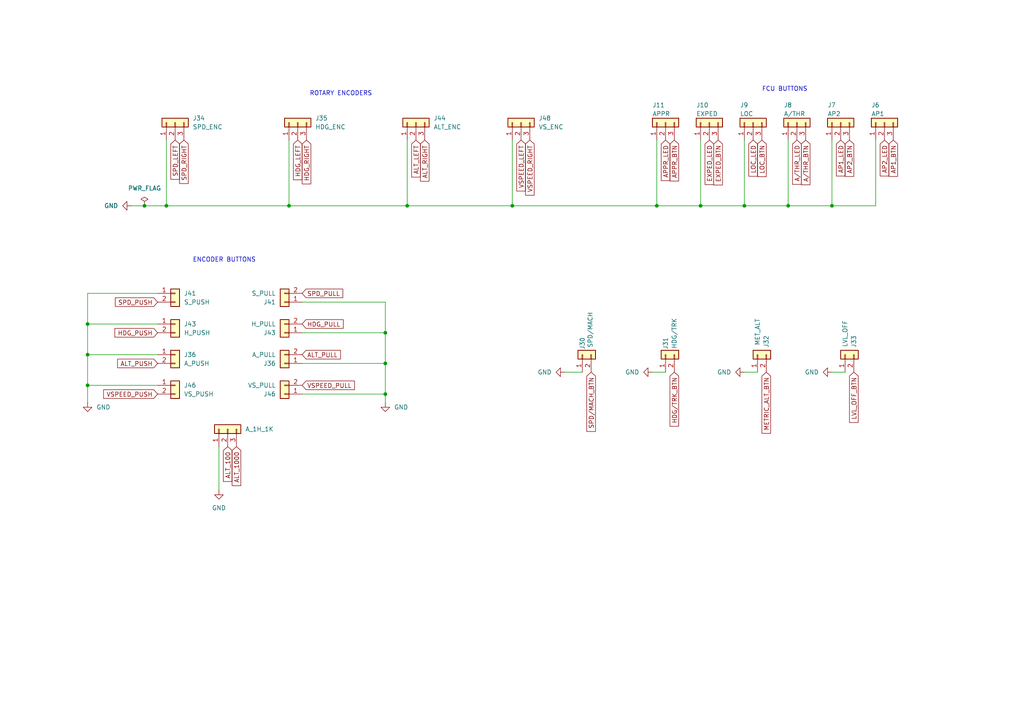
<source format=kicad_sch>
(kicad_sch (version 20231120) (generator "eeschema") (generator_version "8.0")
  (paper "A4")
  (title_block (title "FCU Mainboard schematics") (date "2024-03-05") (rev "1.0"))
  (lib_symbols
    (symbol "Connector_Generic:Conn_01x02" (pin_names (offset 1.016) hide)
      (property "Reference" "J" (at 0 2.54 0))
      (property "Value" "Conn_01x02" (at 0 -5.08 0))
      (symbol "Conn_01x02_1_1"
        (rectangle (start -1.27 -2.413) (end 0 -2.667) (stroke (width 0.1524)))
        (rectangle (start -1.27 0.127) (end 0 -0.127) (stroke (width 0.1524)))
        (rectangle (start -1.27 1.27) (end 1.27 -3.81) (stroke (width 0.254)) (fill (type background)))
        (pin passive line (at -5.08 0 0) (length 3.81) (name "Pin_1") (number "1"))
        (pin passive line (at -5.08 -2.54 0) (length 3.81) (name "Pin_2") (number "2"))
      )
    )
    (symbol "Connector_Generic:Conn_01x03" (pin_names (offset 1.016) hide)
      (property "Reference" "J" (at 0 5.08 0))
      (property "Value" "Conn_01x03" (at 0 -5.08 0))
      (symbol "Conn_01x03_1_1"
        (rectangle (start -1.27 -2.413) (end 0 -2.667) (stroke (width 0.1524)))
        (rectangle (start -1.27 0.127) (end 0 -0.127) (stroke (width 0.1524)))
        (rectangle (start -1.27 2.667) (end 0 2.413) (stroke (width 0.1524)))
        (rectangle (start -1.27 3.81) (end 1.27 -3.81) (stroke (width 0.254)) (fill (type background)))
        (pin passive line (at -5.08 2.54 0) (length 3.81) (name "Pin_1") (number "1"))
        (pin passive line (at -5.08 0 0) (length 3.81) (name "Pin_2") (number "2"))
        (pin passive line (at -5.08 -2.54 0) (length 3.81) (name "Pin_3") (number "3"))
      )
    )
    (symbol "power:GND" (power) (pin_numbers hide) (pin_names (offset 0) hide)
      (property "Value" "GND" (at 0 -3.81 0))
      (symbol "GND_0_1"
        (polyline (pts (xy 0 0) (xy 0 -1.27) (xy 1.27 -1.27) (xy 0 -2.54) (xy -1.27 -1.27) (xy 0 -1.27)))
      )
      (symbol "GND_1_1"
        (pin power_in line (at 0 0 270) (length 0) (name "~") (number "1"))
      )
    )
    (symbol "power:PWR_FLAG" (power) (pin_numbers hide) (pin_names (offset 0) hide)
      (property "Value" "PWR_FLAG" (at 0 3.81 0))
      (symbol "PWR_FLAG_0_0"
        (pin power_out line (at 0 0 90) (length 0) (name "~") (number "1"))
      )
      (symbol "PWR_FLAG_0_1"
        (polyline (pts (xy 0 0) (xy 0 1.27) (xy -1.016 1.905) (xy 0 2.54) (xy 1.016 1.905) (xy 0 1.27)))
      )
    )
  )
  (junction (at 228.6 59.69))
  (junction (at 83.82 59.69))
  (junction (at 111.76 114.3))
  (junction (at 41.91 59.69))
  (junction (at 190.5 59.69))
  (junction (at 241.3 59.69))
  (junction (at 215.9 59.69))
  (junction (at 25.4 111.76))
  (junction (at 111.76 96.52))
  (junction (at 118.11 59.69))
  (junction (at 25.4 102.87))
  (junction (at 111.76 105.41))
  (junction (at 48.26 59.69))
  (junction (at 203.2 59.69))
  (junction (at 148.59 59.69))
  (junction (at 25.4 93.98))
  (wire (pts (xy 87.63 114.3) (xy 111.76 114.3)))
  (wire (pts (xy 163.83 107.95) (xy 168.91 107.95)))
  (wire (pts (xy 83.82 59.69) (xy 118.11 59.69)))
  (wire (pts (xy 215.9 59.69) (xy 228.6 59.69)))
  (wire (pts (xy 148.59 40.64) (xy 148.59 59.69)))
  (wire (pts (xy 25.4 102.87) (xy 45.72 102.87)))
  (wire (pts (xy 228.6 40.64) (xy 228.6 59.69)))
  (wire (pts (xy 215.9 40.64) (xy 215.9 59.69)))
  (wire (pts (xy 111.76 96.52) (xy 111.76 105.41)))
  (wire (pts (xy 87.63 96.52) (xy 111.76 96.52)))
  (wire (pts (xy 45.72 85.09) (xy 25.4 85.09)))
  (wire (pts (xy 38.1 59.69) (xy 41.91 59.69)))
  (wire (pts (xy 111.76 87.63) (xy 111.76 96.52)))
  (wire (pts (xy 25.4 111.76) (xy 45.72 111.76)))
  (wire (pts (xy 83.82 40.64) (xy 83.82 59.69)))
  (wire (pts (xy 63.5 142.24) (xy 63.5 129.54)))
  (wire (pts (xy 25.4 111.76) (xy 25.4 116.84)))
  (wire (pts (xy 190.5 40.64) (xy 190.5 59.69)))
  (wire (pts (xy 215.9 107.95) (xy 219.71 107.95)))
  (wire (pts (xy 118.11 59.69) (xy 148.59 59.69)))
  (wire (pts (xy 25.4 93.98) (xy 45.72 93.98)))
  (wire (pts (xy 87.63 87.63) (xy 111.76 87.63)))
  (wire (pts (xy 241.3 40.64) (xy 241.3 59.69)))
  (wire (pts (xy 25.4 102.87) (xy 25.4 111.76)))
  (wire (pts (xy 48.26 59.69) (xy 83.82 59.69)))
  (wire (pts (xy 25.4 93.98) (xy 25.4 102.87)))
  (wire (pts (xy 189.23 107.95) (xy 193.04 107.95)))
  (wire (pts (xy 241.3 59.69) (xy 254 59.69)))
  (wire (pts (xy 203.2 59.69) (xy 215.9 59.69)))
  (wire (pts (xy 118.11 40.64) (xy 118.11 59.69)))
  (wire (pts (xy 241.3 107.95) (xy 245.11 107.95)))
  (wire (pts (xy 190.5 59.69) (xy 203.2 59.69)))
  (wire (pts (xy 87.63 105.41) (xy 111.76 105.41)))
  (wire (pts (xy 203.2 40.64) (xy 203.2 59.69)))
  (wire (pts (xy 25.4 85.09) (xy 25.4 93.98)))
  (wire (pts (xy 41.91 59.69) (xy 48.26 59.69)))
  (wire (pts (xy 254 40.64) (xy 254 59.69)))
  (wire (pts (xy 111.76 105.41) (xy 111.76 114.3)))
  (wire (pts (xy 48.26 40.64) (xy 48.26 59.69)))
  (wire (pts (xy 111.76 114.3) (xy 111.76 116.84)))
  (wire (pts (xy 228.6 59.69) (xy 241.3 59.69)))
  (wire (pts (xy 148.59 59.69) (xy 190.5 59.69)))
  (text "ROTARY ENCODERS" (at 107.95 27.94 0) (effects (font (size 1.27 1.27)) (justify right bottom)))
  (text "ENCODER BUTTONS" (at 55.88 76.2 0) (effects (font (size 1.27 1.27)) (justify left bottom)))
  (text "FCU BUTTONS" (at 220.98 26.67 0) (effects (font (size 1.27 1.27)) (justify left bottom)))
  (global_label "ALT_PULL" (shape input) (at 87.63 102.87 0) (property "Intersheetrefs" "${INTERSHEET_REFS}" (effects (hide yes))))
  (global_label "VSPEED_LEFT" (shape input) (at 151.13 40.64 270) (property "Intersheetrefs" "${INTERSHEET_REFS}" (effects (hide yes))))
  (global_label "ALT_PUSH" (shape input) (at 45.72 105.41 180) (property "Intersheetrefs" "${INTERSHEET_REFS}" (effects (hide yes))))
  (global_label "AP2_BTN" (shape input) (at 246.38 40.64 270) (property "Intersheetrefs" "${INTERSHEET_REFS}" (effects (hide yes))))
  (global_label "SPD_RIGHT" (shape input) (at 53.34 40.64 270) (property "Intersheetrefs" "${INTERSHEET_REFS}" (effects (hide yes))))
  (global_label "ALT_LEFT" (shape input) (at 120.65 40.64 270) (property "Intersheetrefs" "${INTERSHEET_REFS}" (effects (hide yes))))
  (global_label "EXPED_BTN" (shape input) (at 208.28 40.64 270) (property "Intersheetrefs" "${INTERSHEET_REFS}" (effects (hide yes))))
  (global_label "LOC_BTN" (shape input) (at 220.98 40.64 270) (property "Intersheetrefs" "${INTERSHEET_REFS}" (effects (hide yes))))
  (global_label "APPR_BTN" (shape input) (at 195.58 40.64 270) (property "Intersheetrefs" "${INTERSHEET_REFS}" (effects (hide yes))))
  (global_label "A{slash}THR_BTN" (shape input) (at 233.68 40.64 270) (property "Intersheetrefs" "${INTERSHEET_REFS}" (effects (hide yes))))
  (global_label "AP1_LED" (shape input) (at 243.84 40.64 270) (property "Intersheetrefs" "${INTERSHEET_REFS}" (effects (hide yes))))
  (global_label "HDG{slash}TRK_BTN" (shape input) (at 195.58 107.95 270) (property "Intersheetrefs" "${INTERSHEET_REFS}" (effects (hide yes))))
  (global_label "ALT_100" (shape input) (at 66.04 129.54 270) (property "Intersheetrefs" "${INTERSHEET_REFS}" (effects (hide yes))))
  (global_label "VSPEED_RIGHT" (shape input) (at 153.67 40.64 270) (property "Intersheetrefs" "${INTERSHEET_REFS}" (effects (hide yes))))
  (global_label "ALT_RIGHT" (shape input) (at 123.19 40.64 270) (property "Intersheetrefs" "${INTERSHEET_REFS}" (effects (hide yes))))
  (global_label "APPR_LED" (shape input) (at 193.04 40.64 270) (property "Intersheetrefs" "${INTERSHEET_REFS}" (effects (hide yes))))
  (global_label "SPD_LEFT" (shape input) (at 50.8 40.64 270) (property "Intersheetrefs" "${INTERSHEET_REFS}" (effects (hide yes))))
  (global_label "ALT_1000" (shape input) (at 68.58 129.54 270) (property "Intersheetrefs" "${INTERSHEET_REFS}" (effects (hide yes))))
  (global_label "LOC_LED" (shape input) (at 218.44 40.64 270) (property "Intersheetrefs" "${INTERSHEET_REFS}" (effects (hide yes))))
  (global_label "HDG_LEFT" (shape input) (at 86.36 40.64 270) (property "Intersheetrefs" "${INTERSHEET_REFS}" (effects (hide yes))))
  (global_label "SPD_PULL" (shape input) (at 87.63 85.09 0) (property "Intersheetrefs" "${INTERSHEET_REFS}" (effects (hide yes))))
  (global_label "EXPED_LED" (shape input) (at 205.74 40.64 270) (property "Intersheetrefs" "${INTERSHEET_REFS}" (effects (hide yes))))
  (global_label "SPD_PUSH" (shape input) (at 45.72 87.63 180) (property "Intersheetrefs" "${INTERSHEET_REFS}" (effects (hide yes))))
  (global_label "HDG_PUSH" (shape input) (at 45.72 96.52 180) (property "Intersheetrefs" "${INTERSHEET_REFS}" (effects (hide yes))))
  (global_label "HDG_PULL" (shape input) (at 87.63 93.98 0) (property "Intersheetrefs" "${INTERSHEET_REFS}" (effects (hide yes))))
  (global_label "A{slash}THR_LED" (shape input) (at 231.14 40.64 270) (property "Intersheetrefs" "${INTERSHEET_REFS}" (effects (hide yes))))
  (global_label "VSPEED_PULL" (shape input) (at 87.63 111.76 0) (property "Intersheetrefs" "${INTERSHEET_REFS}" (effects (hide yes))))
  (global_label "SPD{slash}MACH_BTN" (shape input) (at 171.45 107.95 270) (property "Intersheetrefs" "${INTERSHEET_REFS}" (effects (hide yes))))
  (global_label "LVL_OFF_BTN" (shape input) (at 247.65 107.95 270) (property "Intersheetrefs" "${INTERSHEET_REFS}" (effects (hide yes))))
  (global_label "METRIC_ALT_BTN" (shape input) (at 222.25 107.95 270) (property "Intersheetrefs" "${INTERSHEET_REFS}" (effects (hide yes))))
  (global_label "VSPEED_PUSH" (shape input) (at 45.72 114.3 180) (property "Intersheetrefs" "${INTERSHEET_REFS}" (effects (hide yes))))
  (global_label "AP1_BTN" (shape input) (at 259.08 40.64 270) (property "Intersheetrefs" "${INTERSHEET_REFS}" (effects (hide yes))))
  (global_label "AP2_LED" (shape input) (at 256.54 40.64 270) (property "Intersheetrefs" "${INTERSHEET_REFS}" (effects (hide yes))))
  (global_label "HDG_RIGHT" (shape input) (at 88.9 40.64 270) (property "Intersheetrefs" "${INTERSHEET_REFS}" (effects (hide yes))))
  (symbol (lib_id "power:GND") (at 215.9 107.95 270) (unit 1)
    (property "Reference" "#PWR012" (effects (hide yes)))
    (property "Value" "GND" (at 212.09 107.9499 90) (effects (justify right)))
    (property "Description" "Power symbol creates a global label with name \"GND\" , ground" (effects (hide yes)))
  )
  (symbol (lib_id "Connector_Generic:Conn_01x03") (at 151.13 35.56 90) (unit 1)
    (property "Reference" "J48" (at 156.21 34.2899 90) (effects (justify right)))
    (property "Value" "VS_ENC" (at 156.21 36.8299 90) (effects (justify right)))
    (property "Footprint" "Connector_PinHeader_2.54mm:PinHeader_1x03_P2.54mm_Vertical" (effects (hide yes)))
    (instances (project "FCU_Mainboard_v2" (path "" (reference "J48") (unit 1)) (path "" (reference "J46") (unit 1))))
  )
  (symbol (lib_id "Connector_Generic:Conn_01x03") (at 218.44 35.56 90) (unit 1)
    (property "Reference" "J9" (at 214.63 30.48 90) (effects (justify right)))
    (property "Value" "LOC" (at 214.63 33.02 90) (effects (justify right)))
    (property "Footprint" "Connector_PinHeader_2.54mm:PinHeader_1x03_P2.54mm_Vertical" (effects (hide yes)))
    (instances (project "FCU_Mainboard_v2" (path "" (reference "J9") (unit 1)) (path "" (reference "J8") (unit 1))))
  )
  (symbol (lib_id "Connector_Generic:Conn_01x03") (at 50.8 35.56 90) (unit 1)
    (property "Reference" "J34" (at 55.88 34.2899 90) (effects (justify right)))
    (property "Value" "SPD_ENC" (at 55.88 36.8299 90) (effects (justify right)))
    (property "Footprint" "Connector_PinHeader_2.54mm:PinHeader_1x03_P2.54mm_Vertical" (effects (hide yes)))
    (instances (project "FCU_Mainboard_v2" (path "" (reference "J34") (unit 1)) (path "" (reference "J41") (unit 1))))
  )
  (symbol (lib_id "Connector_Generic:Conn_01x03") (at 231.14 35.56 90) (unit 1)
    (property "Reference" "J8" (at 227.33 30.48 90) (effects (justify right)))
    (property "Value" "A/THR" (at 227.33 33.02 90) (effects (justify right)))
    (property "Footprint" "Connector_PinHeader_2.54mm:PinHeader_1x03_P2.54mm_Vertical" (effects (hide yes)))
    (instances (project "FCU_Mainboard_v2" (path "" (reference "J8") (unit 1)) (path "" (reference "J9") (unit 1))))
  )
  (symbol (lib_id "Connector_Generic:Conn_01x02") (at 219.71 102.87 90) (unit 1)
    (property "Reference" "J32" (at 222.25 99.06 0))
    (property "Value" "MET_ALT" (at 219.71 96.266 0))
    (property "Footprint" "Connector_PinHeader_2.54mm:PinHeader_1x02_P2.54mm_Vertical" (effects (hide yes)))
  )
  (symbol (lib_id "power:GND") (at 163.83 107.95 270) (unit 1)
    (property "Reference" "#PWR05" (effects (hide yes)))
    (property "Value" "GND" (at 160.02 107.9499 90) (effects (justify right)))
    (property "Description" "Power symbol creates a global label with name \"GND\" , ground" (effects (hide yes)))
  )
  (symbol (lib_id "Connector_Generic:Conn_01x02") (at 82.55 105.41 180) (unit 1)
    (property "Reference" "J36" (at 80.01 105.41 0) (effects (justify left)))
    (property "Value" "A_PULL" (at 80.01 102.87 0) (effects (justify left)))
    (property "Footprint" "Connector_PinHeader_2.54mm:PinHeader_1x02_P2.54mm_Vertical" (effects (hide yes)))
    (instances (project "FCU_Mainboard_v2" (path "" (reference "J36") (unit 1)) (path "" (reference "J71") (unit 1))))
  )
  (symbol (lib_id "power:GND") (at 241.3 107.95 270) (unit 1)
    (property "Reference" "#PWR020" (effects (hide yes)))
    (property "Value" "GND" (at 237.49 107.9499 90) (effects (justify right)))
    (property "Description" "Power symbol creates a global label with name \"GND\" , ground" (effects (hide yes)))
  )
  (symbol (lib_id "power:GND") (at 63.5 142.24 0) (unit 1)
    (property "Reference" "#PWR02" (effects (hide yes)))
    (property "Value" "GND" (at 63.5 147.32 0))
    (property "Description" "Power symbol creates a global label with name \"GND\" , ground" (effects (hide yes)))
  )
  (symbol (lib_id "power:GND") (at 189.23 107.95 270) (unit 1)
    (property "Reference" "#PWR09" (effects (hide yes)))
    (property "Value" "GND" (at 185.42 107.9499 90) (effects (justify right)))
    (property "Description" "Power symbol creates a global label with name \"GND\" , ground" (effects (hide yes)))
  )
  (symbol (lib_id "Connector_Generic:Conn_01x02") (at 168.91 102.87 90) (unit 1)
    (property "Reference" "J30" (at 168.91 97.79 0) (effects (justify right)))
    (property "Value" "SPD/MACH" (at 171.196 90.424 0) (effects (justify right)))
    (property "Footprint" "Connector_PinHeader_2.54mm:PinHeader_1x02_P2.54mm_Vertical" (effects (hide yes)))
  )
  (symbol (lib_id "power:PWR_FLAG") (at 41.91 59.69 0) (unit 1)
    (property "Reference" "#FLG02" (effects (hide yes)))
    (property "Value" "PWR_FLAG" (at 41.91 54.61 0))
    (property "Description" "Special symbol for telling ERC where power comes from" (effects (hide yes)))
  )
  (symbol (lib_id "Connector_Generic:Conn_01x03") (at 66.04 124.46 90) (unit 1)
    (property "Reference" "J45" (effects (hide yes)))
    (property "Value" "A_1H_1K" (at 71.12 124.4599 90) (effects (justify right)))
    (property "Footprint" "Connector_PinHeader_2.54mm:PinHeader_1x03_P2.54mm_Vertical" (effects (hide yes)))
  )
  (symbol (lib_id "Connector_Generic:Conn_01x02") (at 245.11 102.87 90) (unit 1)
    (property "Reference" "J33" (at 247.65 99.06 0))
    (property "Value" "LVL_OFF" (at 245.11 96.774 0))
    (property "Footprint" "Connector_PinHeader_2.54mm:PinHeader_1x02_P2.54mm_Vertical" (effects (hide yes)))
  )
  (symbol (lib_id "Connector_Generic:Conn_01x03") (at 193.04 35.56 90) (unit 1)
    (property "Reference" "J11" (at 189.23 30.48 90) (effects (justify right)))
    (property "Value" "APPR" (at 189.23 33.02 90) (effects (justify right)))
    (property "Footprint" "Connector_PinHeader_2.54mm:PinHeader_1x03_P2.54mm_Vertical" (effects (hide yes)))
    (instances (project "FCU_Mainboard_v2" (path "" (reference "J11") (unit 1)) (path "" (reference "J6") (unit 1))))
  )
  (symbol (lib_id "Connector_Generic:Conn_01x02") (at 50.8 111.76 0) (unit 1)
    (property "Reference" "J46" (at 53.34 111.7599 0) (effects (justify left)))
    (property "Value" "VS_PUSH" (at 53.34 114.2999 0) (effects (justify left)))
    (property "Footprint" "Connector_PinHeader_2.54mm:PinHeader_1x02_P2.54mm_Vertical" (effects (hide yes)))
    (instances (project "FCU_Mainboard_v2" (path "" (reference "J46") (unit 1)) (path "" (reference "J48") (unit 1))))
  )
  (symbol (lib_id "Connector_Generic:Conn_01x03") (at 86.36 35.56 90) (unit 1)
    (property "Reference" "J35" (at 91.44 34.2899 90) (effects (justify right)))
    (property "Value" "HDG_ENC" (at 91.44 36.8299 90) (effects (justify right)))
    (property "Footprint" "Connector_PinHeader_2.54mm:PinHeader_1x03_P2.54mm_Vertical" (effects (hide yes)))
  )
  (symbol (lib_id "Connector_Generic:Conn_01x03") (at 256.54 35.56 90) (unit 1)
    (property "Reference" "J6" (at 252.73 30.48 90) (effects (justify right)))
    (property "Value" "AP1" (at 252.73 33.02 90) (effects (justify right)))
    (property "Footprint" "Connector_PinHeader_2.54mm:PinHeader_1x03_P2.54mm_Vertical" (effects (hide yes)))
    (instances (project "FCU_Mainboard_v2" (path "" (reference "J6") (unit 1)) (path "" (reference "J11") (unit 1))))
  )
  (symbol (lib_id "power:GND") (at 38.1 59.69 270) (unit 1)
    (property "Reference" "#PWR01" (effects (hide yes)))
    (property "Value" "GND" (at 34.29 59.6899 90) (effects (justify right)))
    (property "Description" "Power symbol creates a global label with name \"GND\" , ground" (effects (hide yes)))
  )
  (symbol (lib_id "Connector_Generic:Conn_01x02") (at 193.04 102.87 90) (unit 1)
    (property "Reference" "J31" (at 193.04 97.79 0) (effects (justify right)))
    (property "Value" "HDG/TRK" (at 195.58 92.202 0) (effects (justify right)))
    (property "Footprint" "Connector_PinHeader_2.54mm:PinHeader_1x02_P2.54mm_Vertical" (effects (hide yes)))
  )
  (symbol (lib_id "Connector_Generic:Conn_01x02") (at 82.55 114.3 180) (unit 1)
    (property "Reference" "J46" (at 80.01 114.3 0) (effects (justify left)))
    (property "Value" "VS_PULL" (at 80.01 111.76 0) (effects (justify left)))
    (property "Footprint" "Connector_PinHeader_2.54mm:PinHeader_1x02_P2.54mm_Vertical" (effects (hide yes)))
    (instances (project "FCU_Mainboard_v2" (path "" (reference "J46") (unit 1)) (path "" (reference "J72") (unit 1))))
  )
  (symbol (lib_id "Connector_Generic:Conn_01x02") (at 50.8 102.87 0) (unit 1)
    (property "Reference" "J36" (at 53.34 102.8699 0) (effects (justify left)))
    (property "Value" "A_PUSH" (at 53.34 105.4099 0) (effects (justify left)))
    (property "Footprint" "Connector_PinHeader_2.54mm:PinHeader_1x02_P2.54mm_Vertical" (effects (hide yes)))
    (instances (project "FCU_Mainboard_v2" (path "" (reference "J36") (unit 1)) (path "" (reference "J43") (unit 1))))
  )
  (symbol (lib_id "power:GND") (at 111.76 116.84 0) (unit 1)
    (property "Reference" "#PWR08" (effects (hide yes)))
    (property "Value" "GND" (at 114.3 118.1099 0) (effects (justify left)))
    (property "Description" "Power symbol creates a global label with name \"GND\" , ground" (effects (hide yes)))
  )
  (symbol (lib_id "Connector_Generic:Conn_01x02") (at 82.55 87.63 180) (unit 1)
    (property "Reference" "J41" (at 80.01 87.63 0) (effects (justify left)))
    (property "Value" "S_PULL" (at 80.01 85.09 0) (effects (justify left)))
    (property "Footprint" "Connector_PinHeader_2.54mm:PinHeader_1x02_P2.54mm_Vertical" (effects (hide yes)))
    (instances (project "FCU_Mainboard_v2" (path "" (reference "J41") (unit 1)) (path "" (reference "J69") (unit 1))))
  )
  (symbol (lib_id "Connector_Generic:Conn_01x02") (at 50.8 93.98 0) (unit 1)
    (property "Reference" "J43" (at 53.34 93.9799 0) (effects (justify left)))
    (property "Value" "H_PUSH" (at 53.34 96.5199 0) (effects (justify left)))
    (property "Footprint" "Connector_PinHeader_2.54mm:PinHeader_1x02_P2.54mm_Vertical" (effects (hide yes)))
    (instances (project "FCU_Mainboard_v2" (path "" (reference "J43") (unit 1)) (path "" (reference "J37") (unit 1))))
  )
  (symbol (lib_id "Connector_Generic:Conn_01x03") (at 205.74 35.56 90) (unit 1)
    (property "Reference" "J10" (at 201.93 30.48 90) (effects (justify right)))
    (property "Value" "EXPED" (at 201.93 33.02 90) (effects (justify right)))
    (property "Footprint" "Connector_PinHeader_2.54mm:PinHeader_1x03_P2.54mm_Vertical" (effects (hide yes)))
    (instances (project "FCU_Mainboard_v2" (path "" (reference "J10") (unit 1)) (path "" (reference "J7") (unit 1))))
  )
  (symbol (lib_id "power:GND") (at 25.4 116.84 0) (unit 1)
    (property "Reference" "#PWR022" (effects (hide yes)))
    (property "Value" "GND" (at 27.94 118.1099 0) (effects (justify left)))
    (property "Description" "Power symbol creates a global label with name \"GND\" , ground" (effects (hide yes)))
  )
  (symbol (lib_id "Connector_Generic:Conn_01x03") (at 243.84 35.56 90) (unit 1)
    (property "Reference" "J7" (at 240.03 30.48 90) (effects (justify right)))
    (property "Value" "AP2" (at 240.03 33.02 90) (effects (justify right)))
    (property "Footprint" "Connector_PinHeader_2.54mm:PinHeader_1x03_P2.54mm_Vertical" (effects (hide yes)))
    (instances (project "FCU_Mainboard_v2" (path "" (reference "J7") (unit 1)) (path "" (reference "J10") (unit 1))))
  )
  (symbol (lib_id "Connector_Generic:Conn_01x02") (at 82.55 96.52 180) (unit 1)
    (property "Reference" "J43" (at 80.01 96.52 0) (effects (justify left)))
    (property "Value" "H_PULL" (at 80.01 93.98 0) (effects (justify left)))
    (property "Footprint" "Connector_PinHeader_2.54mm:PinHeader_1x02_P2.54mm_Vertical" (effects (hide yes)))
    (instances (project "FCU_Mainboard_v2" (path "" (reference "J43") (unit 1)) (path "" (reference "J70") (unit 1))))
  )
  (symbol (lib_id "Connector_Generic:Conn_01x02") (at 50.8 85.09 0) (unit 1)
    (property "Reference" "J41" (at 53.34 85.0899 0) (effects (justify left)))
    (property "Value" "S_PUSH" (at 53.34 87.6299 0) (effects (justify left)))
    (property "Footprint" "Connector_PinHeader_2.54mm:PinHeader_1x02_P2.54mm_Vertical" (effects (hide yes)))
    (instances (project "FCU_Mainboard_v2" (path "" (reference "J41") (unit 1)) (path "" (reference "J34") (unit 1))))
  )
  (symbol (lib_id "Connector_Generic:Conn_01x03") (at 120.65 35.56 90) (unit 1)
    (property "Reference" "J44" (at 125.73 34.2899 90) (effects (justify right)))
    (property "Value" "ALT_ENC" (at 125.73 36.8299 90) (effects (justify right)))
    (property "Footprint" "Connector_PinHeader_2.54mm:PinHeader_1x03_P2.54mm_Vertical" (effects (hide yes)))
    (instances (project "FCU_Mainboard_v2" (path "" (reference "J44") (unit 1)) (path "" (reference "J42") (unit 1))))
  )
)
</source>
